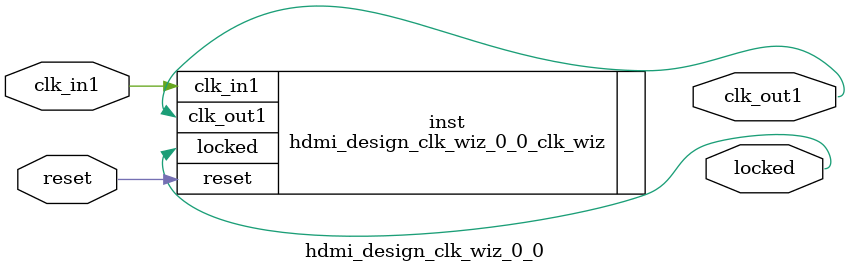
<source format=v>


`timescale 1ps/1ps

(* CORE_GENERATION_INFO = "hdmi_design_clk_wiz_0_0,clk_wiz_v5_4_2_0,{component_name=hdmi_design_clk_wiz_0_0,use_phase_alignment=true,use_min_o_jitter=false,use_max_i_jitter=false,use_dyn_phase_shift=false,use_inclk_switchover=false,use_dyn_reconfig=false,enable_axi=0,feedback_source=FDBK_AUTO,PRIMITIVE=MMCM,num_out_clk=1,clkin1_period=4.000,clkin2_period=10.0,use_power_down=false,use_reset=true,use_locked=true,use_inclk_stopped=false,feedback_type=SINGLE,CLOCK_MGR_TYPE=NA,manual_override=false}" *)

module hdmi_design_clk_wiz_0_0 
 (
  // Clock out ports
  output        clk_out1,
  // Status and control signals
  input         reset,
  output        locked,
 // Clock in ports
  input         clk_in1
 );

  hdmi_design_clk_wiz_0_0_clk_wiz inst
  (
  // Clock out ports  
  .clk_out1(clk_out1),
  // Status and control signals               
  .reset(reset), 
  .locked(locked),
 // Clock in ports
  .clk_in1(clk_in1)
  );

endmodule

</source>
